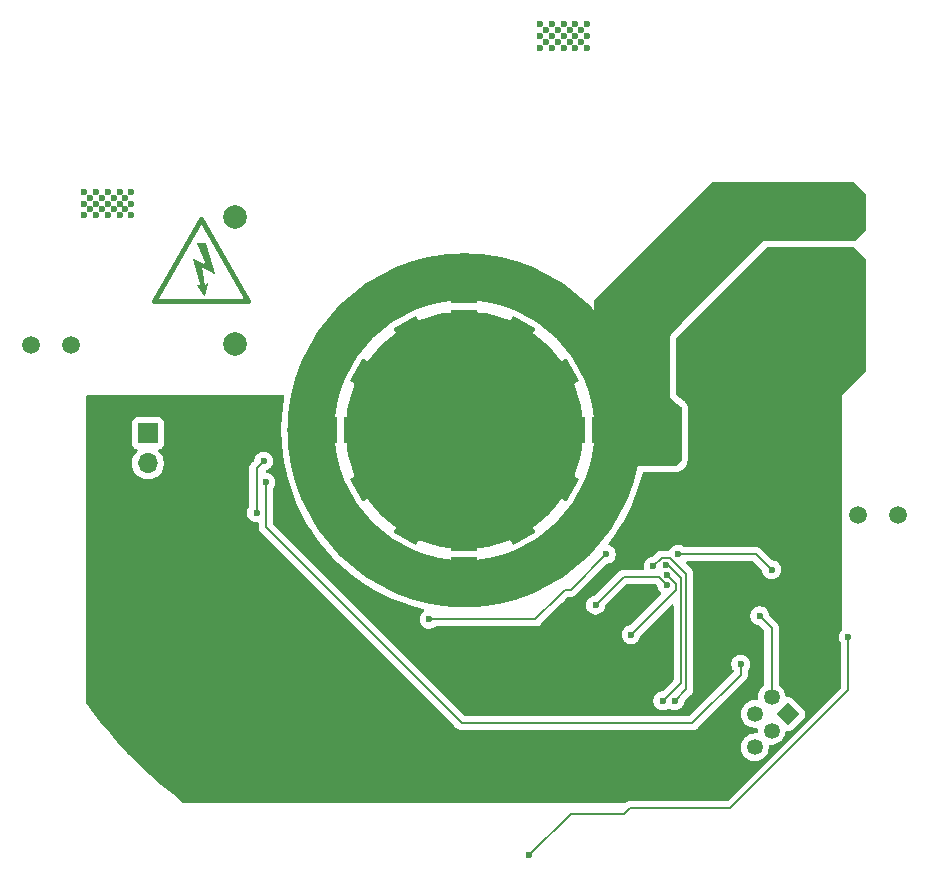
<source format=gbl>
%TF.GenerationSoftware,KiCad,Pcbnew,9.0.0*%
%TF.CreationDate,2025-06-29T18:37:43-04:00*%
%TF.ProjectId,darksky-porch-light,6461726b-736b-4792-9d70-6f7263682d6c,rev?*%
%TF.SameCoordinates,Original*%
%TF.FileFunction,Copper,L2,Bot*%
%TF.FilePolarity,Positive*%
%FSLAX46Y46*%
G04 Gerber Fmt 4.6, Leading zero omitted, Abs format (unit mm)*
G04 Created by KiCad (PCBNEW 9.0.0) date 2025-06-29 18:37:43*
%MOMM*%
%LPD*%
G01*
G04 APERTURE LIST*
G04 Aperture macros list*
%AMHorizOval*
0 Thick line with rounded ends*
0 $1 width*
0 $2 $3 position (X,Y) of the first rounded end (center of the circle)*
0 $4 $5 position (X,Y) of the second rounded end (center of the circle)*
0 Add line between two ends*
20,1,$1,$2,$3,$4,$5,0*
0 Add two circle primitives to create the rounded ends*
1,1,$1,$2,$3*
1,1,$1,$4,$5*%
%AMRotRect*
0 Rectangle, with rotation*
0 The origin of the aperture is its center*
0 $1 length*
0 $2 width*
0 $3 Rotation angle, in degrees counterclockwise*
0 Add horizontal line*
21,1,$1,$2,0,0,$3*%
G04 Aperture macros list end*
%TA.AperFunction,Conductor*%
%ADD10C,10.100000*%
%TD*%
%TA.AperFunction,Conductor*%
%ADD11C,4.000000*%
%TD*%
%TA.AperFunction,EtchedComponent*%
%ADD12C,0.381000*%
%TD*%
%TA.AperFunction,EtchedComponent*%
%ADD13C,0.200000*%
%TD*%
%TA.AperFunction,EtchedComponent*%
%ADD14C,0.400000*%
%TD*%
%TA.AperFunction,EtchedComponent*%
%ADD15C,0.100000*%
%TD*%
%TA.AperFunction,ComponentPad*%
%ADD16C,2.006600*%
%TD*%
%TA.AperFunction,ComponentPad*%
%ADD17C,0.600000*%
%TD*%
%TA.AperFunction,ComponentPad*%
%ADD18RotRect,1.350000X1.350000X315.000000*%
%TD*%
%TA.AperFunction,ComponentPad*%
%ADD19HorizOval,1.350000X0.000000X0.000000X0.000000X0.000000X0*%
%TD*%
%TA.AperFunction,SMDPad,CuDef*%
%ADD20R,2.500000X2.200000*%
%TD*%
%TA.AperFunction,SMDPad,CuDef*%
%ADD21R,1.550000X2.200000*%
%TD*%
%TA.AperFunction,SMDPad,CuDef*%
%ADD22RotRect,2.500000X2.200000X300.000000*%
%TD*%
%TA.AperFunction,SMDPad,CuDef*%
%ADD23RotRect,1.550000X2.200000X300.000000*%
%TD*%
%TA.AperFunction,SMDPad,CuDef*%
%ADD24R,2.200000X2.500000*%
%TD*%
%TA.AperFunction,SMDPad,CuDef*%
%ADD25R,2.200000X1.550000*%
%TD*%
%TA.AperFunction,SMDPad,CuDef*%
%ADD26RotRect,2.500000X2.200000X30.000000*%
%TD*%
%TA.AperFunction,SMDPad,CuDef*%
%ADD27RotRect,1.550000X2.200000X30.000000*%
%TD*%
%TA.AperFunction,SMDPad,CuDef*%
%ADD28RotRect,2.500000X2.200000X240.000000*%
%TD*%
%TA.AperFunction,SMDPad,CuDef*%
%ADD29RotRect,1.550000X2.200000X240.000000*%
%TD*%
%TA.AperFunction,SMDPad,CuDef*%
%ADD30RotRect,2.500000X2.200000X60.000000*%
%TD*%
%TA.AperFunction,SMDPad,CuDef*%
%ADD31RotRect,1.550000X2.200000X60.000000*%
%TD*%
%TA.AperFunction,SMDPad,CuDef*%
%ADD32RotRect,2.500000X2.200000X210.000000*%
%TD*%
%TA.AperFunction,SMDPad,CuDef*%
%ADD33RotRect,1.550000X2.200000X210.000000*%
%TD*%
%TA.AperFunction,SMDPad,CuDef*%
%ADD34RotRect,2.500000X2.200000X150.000000*%
%TD*%
%TA.AperFunction,SMDPad,CuDef*%
%ADD35RotRect,1.550000X2.200000X150.000000*%
%TD*%
%TA.AperFunction,ComponentPad*%
%ADD36C,1.500000*%
%TD*%
%TA.AperFunction,ComponentPad*%
%ADD37R,1.700000X1.700000*%
%TD*%
%TA.AperFunction,ComponentPad*%
%ADD38O,1.700000X1.700000*%
%TD*%
%TA.AperFunction,SMDPad,CuDef*%
%ADD39RotRect,2.500000X2.200000X120.000000*%
%TD*%
%TA.AperFunction,SMDPad,CuDef*%
%ADD40RotRect,1.550000X2.200000X120.000000*%
%TD*%
%TA.AperFunction,SMDPad,CuDef*%
%ADD41RotRect,2.500000X2.200000X330.000000*%
%TD*%
%TA.AperFunction,SMDPad,CuDef*%
%ADD42RotRect,1.550000X2.200000X330.000000*%
%TD*%
%TA.AperFunction,ViaPad*%
%ADD43C,0.600000*%
%TD*%
%TA.AperFunction,Conductor*%
%ADD44C,0.200000*%
%TD*%
G04 APERTURE END LIST*
%TO.N,VDD*%
D10*
X160050000Y-95000000D02*
G75*
G02*
X149950000Y-95000000I-5050000J0D01*
G01*
X149950000Y-95000000D02*
G75*
G02*
X160050000Y-95000000I5050000J0D01*
G01*
D11*
%TO.N,+3.3V*%
X168000000Y-95000000D02*
G75*
G02*
X142000000Y-95000000I-13000000J0D01*
G01*
X142000000Y-95000000D02*
G75*
G02*
X168000000Y-95000000I13000000J0D01*
G01*
D12*
%TD*%
%TO.C,REF\u002A\u002A*%
X136700000Y-84060000D02*
X132700000Y-77140000D01*
D13*
%TO.C,REF\u002A\u002A*%
X136210000Y-84040000D02*
X136476322Y-83630736D01*
X133150000Y-80815000D02*
X132940000Y-81040000D01*
X133040000Y-82695000D02*
X132530000Y-82785000D01*
X132850000Y-77560000D02*
X132540000Y-77560000D01*
X132832899Y-81079099D02*
X132587101Y-81280901D01*
D12*
X132700000Y-77140000D02*
X128700000Y-84060000D01*
D13*
X129190000Y-84040000D02*
X128923678Y-83630736D01*
D14*
X128700000Y-84060000D02*
X136700000Y-84060000D01*
D15*
X133782083Y-81682083D02*
X132661573Y-81085448D01*
X132938062Y-82817146D01*
X133170896Y-82497000D01*
X132952615Y-83544750D01*
X132355979Y-82657073D01*
X132690677Y-82860802D01*
X132035833Y-80474260D01*
X133200000Y-81100000D01*
X132341427Y-79106364D01*
X133054479Y-79106364D01*
X133782083Y-81682083D01*
%TA.AperFunction,EtchedComponent*%
G36*
X133782083Y-81682083D02*
G01*
X132661573Y-81085448D01*
X132938062Y-82817146D01*
X133170896Y-82497000D01*
X132952615Y-83544750D01*
X132355979Y-82657073D01*
X132690677Y-82860802D01*
X132035833Y-80474260D01*
X133200000Y-81100000D01*
X132341427Y-79106364D01*
X133054479Y-79106364D01*
X133782083Y-81682083D01*
G37*
%TD.AperFunction*%
%TD*%
D16*
%TO.P,PS1,1,AC/L*%
%TO.N,Net-(PS1-AC{slash}L)*%
X135596800Y-76968100D03*
%TO.P,PS1,2,AC/N*%
%TO.N,Net-(PS1-AC{slash}N)*%
X135596800Y-87712300D03*
%TO.P,PS1,3,-Vo*%
%TO.N,GND*%
X174103200Y-87712300D03*
%TO.P,PS1,4,+Vo*%
%TO.N,+3.3V*%
X174103200Y-79711300D03*
%TD*%
D17*
%TO.P,TP3,1,1*%
%TO.N,Net-(PS1-AC{slash}N)*%
X122800000Y-74800000D03*
X122800000Y-75800000D03*
X122800000Y-76800000D03*
X123300000Y-75300000D03*
X123300000Y-76300000D03*
X123800000Y-74800000D03*
X123800000Y-75800000D03*
X123800000Y-76800000D03*
X124285900Y-76298281D03*
X124300000Y-75300000D03*
X124800000Y-74800000D03*
X124800000Y-75800000D03*
X124800000Y-76800000D03*
X125300000Y-75300000D03*
X125300000Y-76300000D03*
X125800000Y-74800000D03*
X125800000Y-75800000D03*
X125800000Y-76800000D03*
X126300000Y-75300000D03*
X126300000Y-76300000D03*
X126800000Y-74800000D03*
X126800000Y-75800000D03*
X126800000Y-76800000D03*
%TD*%
%TO.P,TP1,1,1*%
%TO.N,VDD*%
X153000000Y-94000000D03*
X153000000Y-95000000D03*
X153000000Y-96000000D03*
X153500000Y-94500000D03*
X153500000Y-95500000D03*
X154000000Y-94000000D03*
X154000000Y-95000000D03*
X154000000Y-96000000D03*
X154485900Y-95498281D03*
X154500000Y-94500000D03*
X155000000Y-94000000D03*
X155000000Y-95000000D03*
X155000000Y-96000000D03*
X155500000Y-94500000D03*
X155500000Y-95500000D03*
X156000000Y-94000000D03*
X156000000Y-95000000D03*
X156000000Y-96000000D03*
X156500000Y-94500000D03*
X156500000Y-95500000D03*
X157000000Y-94000000D03*
X157000000Y-95000000D03*
X157000000Y-96000000D03*
%TD*%
%TO.P,TP2,1,1*%
%TO.N,Net-(F1-Pad1)*%
X161400000Y-60600000D03*
X161400000Y-61600000D03*
X161400000Y-62600000D03*
X161900000Y-61100000D03*
X161900000Y-62100000D03*
X162400000Y-60600000D03*
X162400000Y-61600000D03*
X162400000Y-62600000D03*
X162885900Y-62098281D03*
X162900000Y-61100000D03*
X163400000Y-60600000D03*
X163400000Y-61600000D03*
X163400000Y-62600000D03*
X163900000Y-61100000D03*
X163900000Y-62100000D03*
X164400000Y-60600000D03*
X164400000Y-61600000D03*
X164400000Y-62600000D03*
X164900000Y-61100000D03*
X164900000Y-62100000D03*
X165400000Y-60600000D03*
X165400000Y-61600000D03*
X165400000Y-62600000D03*
%TD*%
%TO.P,TP5,1,1*%
%TO.N,GND*%
X183500000Y-87100000D03*
X183500000Y-88100000D03*
X183500000Y-89100000D03*
X184000000Y-87600000D03*
X184000000Y-88600000D03*
X184500000Y-87100000D03*
X184500000Y-88100000D03*
X184500000Y-89100000D03*
X184985900Y-88598281D03*
X185000000Y-87600000D03*
X185500000Y-87100000D03*
X185500000Y-88100000D03*
X185500000Y-89100000D03*
X186000000Y-87600000D03*
X186000000Y-88600000D03*
X186500000Y-87100000D03*
X186500000Y-88100000D03*
X186500000Y-89100000D03*
X187000000Y-87600000D03*
X187000000Y-88600000D03*
X187500000Y-87100000D03*
X187500000Y-88100000D03*
X187500000Y-89100000D03*
%TD*%
D18*
%TO.P,J1,1,Pin_1*%
%TO.N,/MISO*%
X182414214Y-119014214D03*
D19*
%TO.P,J1,2,Pin_2*%
%TO.N,+3.3V*%
X181000000Y-117600000D03*
%TO.P,J1,3,Pin_3*%
%TO.N,/SCK*%
X181000000Y-120428428D03*
%TO.P,J1,4,Pin_4*%
%TO.N,/MOSI*%
X179585787Y-119014214D03*
%TO.P,J1,5,Pin_5*%
%TO.N,/RESET*%
X179585787Y-121842641D03*
%TO.P,J1,6,Pin_6*%
%TO.N,GND*%
X178171573Y-120428428D03*
%TD*%
D17*
%TO.P,TP4,1,1*%
%TO.N,+3.3V*%
X168100000Y-93900000D03*
X168100000Y-94900000D03*
X168100000Y-95900000D03*
X168600000Y-94400000D03*
X168600000Y-95400000D03*
X169100000Y-93900000D03*
X169100000Y-94900000D03*
X169100000Y-95900000D03*
X169585900Y-95398281D03*
X169600000Y-94400000D03*
X170100000Y-93900000D03*
X170100000Y-94900000D03*
X170100000Y-95900000D03*
X170600000Y-94400000D03*
X170600000Y-95400000D03*
X171100000Y-93900000D03*
X171100000Y-94900000D03*
X171100000Y-95900000D03*
X171600000Y-94400000D03*
X171600000Y-95400000D03*
X172100000Y-93900000D03*
X172100000Y-94900000D03*
X172100000Y-95900000D03*
%TD*%
D20*
%TO.P,D10,1,K*%
%TO.N,VDD*%
X146050000Y-95000000D03*
D21*
%TO.P,D10,2,A*%
%TO.N,+3.3V*%
X143475000Y-95000000D03*
%TD*%
D22*
%TO.P,D6,1,K*%
%TO.N,VDD*%
X159475000Y-103090673D03*
D23*
%TO.P,D6,2,A*%
%TO.N,+3.3V*%
X160762500Y-105320689D03*
%TD*%
D24*
%TO.P,D7,1,K*%
%TO.N,VDD*%
X155000000Y-103950000D03*
D25*
%TO.P,D7,2,A*%
%TO.N,+3.3V*%
X155000000Y-106525000D03*
%TD*%
D26*
%TO.P,D3,1,K*%
%TO.N,VDD*%
X163090673Y-90525000D03*
D27*
%TO.P,D3,2,A*%
%TO.N,+3.3V*%
X165320689Y-89237500D03*
%TD*%
D28*
%TO.P,D8,1,K*%
%TO.N,VDD*%
X150525000Y-103090673D03*
D29*
%TO.P,D8,2,A*%
%TO.N,+3.3V*%
X149237500Y-105320689D03*
%TD*%
D30*
%TO.P,D2,1,K*%
%TO.N,VDD*%
X159475000Y-86909327D03*
D31*
%TO.P,D2,2,A*%
%TO.N,+3.3V*%
X160762500Y-84679311D03*
%TD*%
D32*
%TO.P,D9,1,K*%
%TO.N,VDD*%
X146909327Y-99475000D03*
D33*
%TO.P,D9,2,A*%
%TO.N,+3.3V*%
X144679311Y-100762500D03*
%TD*%
D34*
%TO.P,D11,1,K*%
%TO.N,VDD*%
X146909327Y-90525000D03*
D35*
%TO.P,D11,2,A*%
%TO.N,+3.3V*%
X144679311Y-89237500D03*
%TD*%
D36*
%TO.P,R7,1*%
%TO.N,/ADC0*%
X118300000Y-87800000D03*
%TO.P,R7,2*%
%TO.N,GND*%
X121700000Y-87800000D03*
%TD*%
D37*
%TO.P,J4,1,Pin_1*%
%TO.N,+3.3V*%
X128200000Y-95260000D03*
D38*
%TO.P,J4,2,Pin_2*%
%TO.N,/MOTION*%
X128200000Y-97800000D03*
%TO.P,J4,3,Pin_3*%
%TO.N,GND*%
X128200000Y-100340000D03*
%TD*%
D39*
%TO.P,D12,1,K*%
%TO.N,VDD*%
X150525000Y-86909327D03*
D40*
%TO.P,D12,2,A*%
%TO.N,+3.3V*%
X149237500Y-84679311D03*
%TD*%
D41*
%TO.P,D5,1,K*%
%TO.N,VDD*%
X163090673Y-99475000D03*
D42*
%TO.P,D5,2,A*%
%TO.N,+3.3V*%
X165320689Y-100762500D03*
%TD*%
D36*
%TO.P,R8,1*%
%TO.N,/ADC1*%
X188300000Y-102200000D03*
%TO.P,R8,2*%
%TO.N,GND*%
X191700000Y-102200000D03*
%TD*%
D24*
%TO.P,D1,1,K*%
%TO.N,VDD*%
X155000000Y-86050000D03*
D25*
%TO.P,D1,2,A*%
%TO.N,+3.3V*%
X155000000Y-83475000D03*
%TD*%
D20*
%TO.P,D4,1,K*%
%TO.N,VDD*%
X163950000Y-95000000D03*
D21*
%TO.P,D4,2,A*%
%TO.N,+3.3V*%
X166525000Y-95000000D03*
%TD*%
D43*
%TO.N,+3.3V*%
X142000000Y-94000000D03*
X159137500Y-107362500D03*
X165400000Y-104800000D03*
X180000000Y-110700000D03*
%TO.N,/RESET*%
X181000000Y-106800000D03*
X173100000Y-105500000D03*
%TO.N,/TX*%
X172800000Y-117900000D03*
%TO.N,/RX*%
X171800000Y-117900000D03*
X172084239Y-106418702D03*
%TO.N,/TX*%
X171000000Y-106500000D03*
%TO.N,/SCL*%
X172124265Y-107227205D03*
X169100000Y-112300000D03*
%TO.N,/SDA*%
X172124265Y-108075735D03*
X166100000Y-109800000D03*
%TO.N,/ADC0*%
X160500000Y-131000000D03*
X187500000Y-112500000D03*
%TO.N,/MOTION*%
X167000000Y-105500000D03*
X152000000Y-111000000D03*
%TO.N,GND*%
X127150000Y-92800000D03*
X147350000Y-109350000D03*
%TO.N,VDD*%
X148850000Y-101600000D03*
%TO.N,GND*%
X136150000Y-101150000D03*
X167200000Y-113300000D03*
X174200000Y-117900000D03*
X170500000Y-117950000D03*
X167200000Y-118250000D03*
X164250000Y-109450000D03*
X170800000Y-108600000D03*
X175700000Y-107400000D03*
X184450000Y-99900000D03*
X186025000Y-106775000D03*
X153555000Y-113100000D03*
X151200000Y-119200000D03*
X147900000Y-117058221D03*
X172100000Y-123150000D03*
%TO.N,Net-(U3A-+)*%
X178400000Y-114800000D03*
X138200000Y-99400000D03*
%TO.N,Net-(U3A--)*%
X138000000Y-97600000D03*
X137400000Y-102000000D03*
%TD*%
D44*
%TO.N,+3.3V*%
X142000000Y-94000000D02*
X142475000Y-94000000D01*
X142475000Y-94000000D02*
X143475000Y-95000000D01*
X143475000Y-90441811D02*
X144679311Y-89237500D01*
X143475000Y-95000000D02*
X143475000Y-90441811D01*
X149237500Y-84679311D02*
X144679311Y-89237500D01*
X150441811Y-83475000D02*
X149237500Y-84679311D01*
X155000000Y-83475000D02*
X150441811Y-83475000D01*
X165320689Y-87820689D02*
X165320689Y-89237500D01*
X162179311Y-84679311D02*
X165320689Y-87820689D01*
X160762500Y-84679311D02*
X162179311Y-84679311D01*
X159558189Y-83475000D02*
X160762500Y-84679311D01*
X155000000Y-83475000D02*
X159558189Y-83475000D01*
X166525000Y-90441811D02*
X165320689Y-89237500D01*
X166525000Y-95000000D02*
X166525000Y-90441811D01*
X166525000Y-99558189D02*
X166525000Y-95000000D01*
X165320689Y-100762500D02*
X166525000Y-99558189D01*
X165320689Y-104720689D02*
X165320689Y-100762500D01*
X165400000Y-104800000D02*
X165320689Y-104720689D01*
X164879311Y-105320689D02*
X165400000Y-104800000D01*
X160762500Y-105320689D02*
X164879311Y-105320689D01*
X159641595Y-106858405D02*
X159641595Y-106441595D01*
X159137500Y-107362500D02*
X159641595Y-106858405D01*
X159641595Y-106441595D02*
X160762500Y-105320689D01*
X159558189Y-106525000D02*
X159641595Y-106441595D01*
X155000000Y-106525000D02*
X159558189Y-106525000D01*
X150441811Y-106525000D02*
X149237500Y-105320689D01*
X155000000Y-106525000D02*
X150441811Y-106525000D01*
X147120689Y-105320689D02*
X149237500Y-105320689D01*
X144679311Y-102879311D02*
X147120689Y-105320689D01*
X144679311Y-100762500D02*
X144679311Y-102879311D01*
X143475000Y-99558189D02*
X144679311Y-100762500D01*
X143475000Y-95000000D02*
X143475000Y-99558189D01*
X181000000Y-111700000D02*
X180000000Y-110700000D01*
X181000000Y-117600000D02*
X181000000Y-111700000D01*
%TO.N,/RESET*%
X179700000Y-105500000D02*
X181000000Y-106800000D01*
X173100000Y-105500000D02*
X179700000Y-105500000D01*
%TO.N,/TX*%
X173775028Y-116924972D02*
X172800000Y-117900000D01*
X173775028Y-107175028D02*
X173775028Y-116924972D01*
X172400000Y-105800000D02*
X173775028Y-107175028D01*
X171700000Y-105800000D02*
X172400000Y-105800000D01*
X171000000Y-106500000D02*
X171700000Y-105800000D01*
%TO.N,/RX*%
X173302000Y-116398000D02*
X171800000Y-117900000D01*
X172218702Y-106418702D02*
X173302000Y-107502000D01*
X172084239Y-106418702D02*
X172218702Y-106418702D01*
X173302000Y-107502000D02*
X173302000Y-116398000D01*
%TO.N,/SCL*%
X172901000Y-108499000D02*
X169100000Y-112300000D01*
X172124265Y-107227205D02*
X172901000Y-108003940D01*
X172901000Y-108003940D02*
X172901000Y-108499000D01*
%TO.N,/SDA*%
X168500000Y-107400000D02*
X166100000Y-109800000D01*
X171448530Y-107400000D02*
X168500000Y-107400000D01*
X172124265Y-108075735D02*
X171448530Y-107400000D01*
%TO.N,Net-(U3A-+)*%
X178400000Y-115700000D02*
X178400000Y-114800000D01*
X138200000Y-103200000D02*
X154800000Y-119800000D01*
X154800000Y-119800000D02*
X174300000Y-119800000D01*
X174300000Y-119800000D02*
X178400000Y-115700000D01*
X138200000Y-99400000D02*
X138200000Y-103200000D01*
%TO.N,/ADC0*%
X187500000Y-117000000D02*
X187500000Y-112500000D01*
X168500000Y-127500000D02*
X169000000Y-127000000D01*
X164000000Y-127500000D02*
X168500000Y-127500000D01*
X169000000Y-127000000D02*
X177500000Y-127000000D01*
X177500000Y-127000000D02*
X187500000Y-117000000D01*
X160500000Y-131000000D02*
X164000000Y-127500000D01*
%TO.N,/MOTION*%
X164000000Y-108500000D02*
X163500000Y-108500000D01*
X167000000Y-105500000D02*
X164000000Y-108500000D01*
X163500000Y-108500000D02*
X163000000Y-109000000D01*
X161000000Y-111000000D02*
X152000000Y-111000000D01*
X162975028Y-109024972D02*
X161000000Y-111000000D01*
%TO.N,Net-(U3A--)*%
X137400000Y-102000000D02*
X137400000Y-98200000D01*
X137400000Y-98200000D02*
X138000000Y-97600000D01*
%TD*%
%TA.AperFunction,Conductor*%
%TO.N,GND*%
G36*
X188015677Y-79519685D02*
G01*
X188036319Y-79536319D01*
X188963681Y-80463681D01*
X188997166Y-80525004D01*
X189000000Y-80551362D01*
X189000000Y-89948638D01*
X188980315Y-90015677D01*
X188963681Y-90036319D01*
X187000000Y-91999999D01*
X187000000Y-92000000D01*
X173900000Y-92800000D01*
X172900000Y-92000000D01*
X172900000Y-87251362D01*
X172919685Y-87184323D01*
X172936319Y-87163681D01*
X180563681Y-79536319D01*
X180625004Y-79502834D01*
X180651362Y-79500000D01*
X187948638Y-79500000D01*
X188015677Y-79519685D01*
G37*
%TD.AperFunction*%
%TD*%
%TA.AperFunction,Conductor*%
%TO.N,GND*%
G36*
X139708510Y-92019685D02*
G01*
X139754265Y-92072489D01*
X139764209Y-92141647D01*
X139763091Y-92148169D01*
X139732949Y-92299705D01*
X139723102Y-92349211D01*
X139611434Y-93102014D01*
X139536842Y-93859364D01*
X139531593Y-93966206D01*
X139499500Y-94619484D01*
X139499500Y-94682883D01*
X139499500Y-95380516D01*
X139512063Y-95636233D01*
X139536842Y-96140635D01*
X139611434Y-96897985D01*
X139723102Y-97650792D01*
X139871574Y-98397207D01*
X140056483Y-99135410D01*
X140056485Y-99135418D01*
X140056488Y-99135427D01*
X140112828Y-99321155D01*
X140277406Y-99863697D01*
X140277408Y-99863704D01*
X140533780Y-100580214D01*
X140825010Y-101283307D01*
X140825016Y-101283322D01*
X140825020Y-101283332D01*
X140825022Y-101283335D01*
X141150405Y-101971300D01*
X141150410Y-101971309D01*
X141150416Y-101971322D01*
X141509149Y-102642464D01*
X141509154Y-102642472D01*
X141795936Y-103120939D01*
X141900402Y-103295229D01*
X142323208Y-103928004D01*
X142776555Y-104539270D01*
X142784913Y-104549454D01*
X143259351Y-105127561D01*
X143770420Y-105691437D01*
X144308562Y-106229579D01*
X144872438Y-106740648D01*
X145229270Y-107033491D01*
X145460730Y-107223445D01*
X146071996Y-107676792D01*
X146704771Y-108099598D01*
X147297589Y-108454920D01*
X147357527Y-108490845D01*
X147357535Y-108490850D01*
X148028677Y-108849583D01*
X148028681Y-108849585D01*
X148028700Y-108849595D01*
X148716665Y-109174978D01*
X149419766Y-109466212D01*
X149419781Y-109466217D01*
X149419785Y-109466219D01*
X150136295Y-109722591D01*
X150136302Y-109722593D01*
X150136306Y-109722594D01*
X150136311Y-109722596D01*
X150864573Y-109943512D01*
X151521086Y-110107959D01*
X151581334Y-110143343D01*
X151612887Y-110205682D01*
X151605729Y-110275184D01*
X151562131Y-110329782D01*
X151559849Y-110331344D01*
X151489713Y-110378208D01*
X151489707Y-110378213D01*
X151378213Y-110489707D01*
X151378210Y-110489711D01*
X151290609Y-110620814D01*
X151290602Y-110620827D01*
X151230264Y-110766498D01*
X151230261Y-110766510D01*
X151199500Y-110921153D01*
X151199500Y-111078846D01*
X151230261Y-111233489D01*
X151230264Y-111233501D01*
X151290602Y-111379172D01*
X151290609Y-111379185D01*
X151378210Y-111510288D01*
X151378213Y-111510292D01*
X151489707Y-111621786D01*
X151489711Y-111621789D01*
X151620814Y-111709390D01*
X151620827Y-111709397D01*
X151766498Y-111769735D01*
X151766503Y-111769737D01*
X151871418Y-111790606D01*
X151921153Y-111800499D01*
X151921156Y-111800500D01*
X151921158Y-111800500D01*
X152078844Y-111800500D01*
X152078845Y-111800499D01*
X152233497Y-111769737D01*
X152379179Y-111709394D01*
X152379185Y-111709390D01*
X152510875Y-111621398D01*
X152577553Y-111600520D01*
X152579766Y-111600500D01*
X160913331Y-111600500D01*
X160913347Y-111600501D01*
X160920943Y-111600501D01*
X161079054Y-111600501D01*
X161079057Y-111600501D01*
X161231785Y-111559577D01*
X161282558Y-111530263D01*
X161368716Y-111480520D01*
X161480520Y-111368716D01*
X161480520Y-111368714D01*
X161490724Y-111358511D01*
X161490727Y-111358506D01*
X162348451Y-110500783D01*
X163128083Y-109721153D01*
X165299500Y-109721153D01*
X165299500Y-109878846D01*
X165330261Y-110033489D01*
X165330264Y-110033501D01*
X165390602Y-110179172D01*
X165390609Y-110179185D01*
X165478210Y-110310288D01*
X165478213Y-110310292D01*
X165589707Y-110421786D01*
X165589711Y-110421789D01*
X165720814Y-110509390D01*
X165720827Y-110509397D01*
X165866498Y-110569735D01*
X165866503Y-110569737D01*
X166021153Y-110600499D01*
X166021156Y-110600500D01*
X166021158Y-110600500D01*
X166178844Y-110600500D01*
X166178845Y-110600499D01*
X166333497Y-110569737D01*
X166479179Y-110509394D01*
X166610289Y-110421789D01*
X166721789Y-110310289D01*
X166809394Y-110179179D01*
X166869737Y-110033497D01*
X166896391Y-109899500D01*
X166900638Y-109878150D01*
X166933023Y-109816239D01*
X166934517Y-109814717D01*
X168712417Y-108036819D01*
X168773740Y-108003334D01*
X168800098Y-108000500D01*
X171148433Y-108000500D01*
X171177873Y-108009144D01*
X171207860Y-108015668D01*
X171212875Y-108019422D01*
X171215472Y-108020185D01*
X171236114Y-108036819D01*
X171289690Y-108090395D01*
X171323175Y-108151718D01*
X171323626Y-108153884D01*
X171354526Y-108309226D01*
X171354529Y-108309236D01*
X171414867Y-108454907D01*
X171414874Y-108454920D01*
X171502475Y-108586023D01*
X171502478Y-108586027D01*
X171613972Y-108697521D01*
X171613976Y-108697524D01*
X171631773Y-108709416D01*
X171676578Y-108763028D01*
X171685285Y-108832353D01*
X171655130Y-108895381D01*
X171650563Y-108900199D01*
X169085339Y-111465425D01*
X169024016Y-111498910D01*
X169021850Y-111499361D01*
X168866508Y-111530261D01*
X168866498Y-111530264D01*
X168720827Y-111590602D01*
X168720814Y-111590609D01*
X168589711Y-111678210D01*
X168589707Y-111678213D01*
X168478213Y-111789707D01*
X168478210Y-111789711D01*
X168390609Y-111920814D01*
X168390602Y-111920827D01*
X168330264Y-112066498D01*
X168330261Y-112066510D01*
X168299500Y-112221153D01*
X168299500Y-112378846D01*
X168330261Y-112533489D01*
X168330264Y-112533501D01*
X168390602Y-112679172D01*
X168390609Y-112679185D01*
X168478210Y-112810288D01*
X168478213Y-112810292D01*
X168589707Y-112921786D01*
X168589711Y-112921789D01*
X168720814Y-113009390D01*
X168720827Y-113009397D01*
X168866498Y-113069735D01*
X168866503Y-113069737D01*
X169021153Y-113100499D01*
X169021156Y-113100500D01*
X169021158Y-113100500D01*
X169178844Y-113100500D01*
X169178845Y-113100499D01*
X169333497Y-113069737D01*
X169479179Y-113009394D01*
X169610289Y-112921789D01*
X169721789Y-112810289D01*
X169809394Y-112679179D01*
X169869737Y-112533497D01*
X169892084Y-112421153D01*
X169900638Y-112378150D01*
X169933023Y-112316239D01*
X169934518Y-112314716D01*
X172489819Y-109759416D01*
X172551142Y-109725931D01*
X172620834Y-109730915D01*
X172676767Y-109772787D01*
X172701184Y-109838251D01*
X172701500Y-109847097D01*
X172701500Y-116097902D01*
X172681815Y-116164941D01*
X172665181Y-116185583D01*
X171785339Y-117065425D01*
X171724016Y-117098910D01*
X171721850Y-117099361D01*
X171566508Y-117130261D01*
X171566498Y-117130264D01*
X171420827Y-117190602D01*
X171420814Y-117190609D01*
X171289711Y-117278210D01*
X171289707Y-117278213D01*
X171178213Y-117389707D01*
X171178210Y-117389711D01*
X171090609Y-117520814D01*
X171090602Y-117520827D01*
X171030264Y-117666498D01*
X171030261Y-117666510D01*
X170999500Y-117821153D01*
X170999500Y-117978846D01*
X171030261Y-118133489D01*
X171030264Y-118133501D01*
X171090602Y-118279172D01*
X171090609Y-118279185D01*
X171178210Y-118410288D01*
X171178213Y-118410292D01*
X171289707Y-118521786D01*
X171289711Y-118521789D01*
X171420814Y-118609390D01*
X171420827Y-118609397D01*
X171566498Y-118669735D01*
X171566503Y-118669737D01*
X171689225Y-118694148D01*
X171721153Y-118700499D01*
X171721156Y-118700500D01*
X171721158Y-118700500D01*
X171878844Y-118700500D01*
X171878845Y-118700499D01*
X172033497Y-118669737D01*
X172179179Y-118609394D01*
X172231110Y-118574694D01*
X172297785Y-118553816D01*
X172365165Y-118572300D01*
X172368863Y-118574676D01*
X172420821Y-118609394D01*
X172420823Y-118609395D01*
X172420825Y-118609396D01*
X172566498Y-118669735D01*
X172566503Y-118669737D01*
X172689225Y-118694148D01*
X172721153Y-118700499D01*
X172721156Y-118700500D01*
X172721158Y-118700500D01*
X172878844Y-118700500D01*
X172878845Y-118700499D01*
X173033497Y-118669737D01*
X173179179Y-118609394D01*
X173310289Y-118521789D01*
X173421789Y-118410289D01*
X173509394Y-118279179D01*
X173569737Y-118133497D01*
X173594534Y-118008836D01*
X173600638Y-117978150D01*
X173633023Y-117916239D01*
X173634522Y-117914712D01*
X174133534Y-117415699D01*
X174133539Y-117415696D01*
X174143742Y-117405492D01*
X174143744Y-117405492D01*
X174255548Y-117293688D01*
X174324965Y-117173453D01*
X174334605Y-117156757D01*
X174375529Y-117004029D01*
X174375529Y-116845915D01*
X174375529Y-116838320D01*
X174375528Y-116838302D01*
X174375528Y-107095969D01*
X174372477Y-107084581D01*
X174372477Y-107084582D01*
X174372476Y-107084578D01*
X174334605Y-106943243D01*
X174305667Y-106893123D01*
X174255548Y-106806312D01*
X174143744Y-106694508D01*
X174143743Y-106694507D01*
X174139413Y-106690177D01*
X174139402Y-106690167D01*
X173761416Y-106312181D01*
X173727931Y-106250858D01*
X173732915Y-106181166D01*
X173774787Y-106125233D01*
X173840251Y-106100816D01*
X173849097Y-106100500D01*
X179399903Y-106100500D01*
X179466942Y-106120185D01*
X179487584Y-106136819D01*
X180165425Y-106814660D01*
X180198910Y-106875983D01*
X180199361Y-106878149D01*
X180230261Y-107033491D01*
X180230264Y-107033501D01*
X180290602Y-107179172D01*
X180290609Y-107179185D01*
X180378210Y-107310288D01*
X180378213Y-107310292D01*
X180489707Y-107421786D01*
X180489711Y-107421789D01*
X180620814Y-107509390D01*
X180620827Y-107509397D01*
X180766498Y-107569735D01*
X180766503Y-107569737D01*
X180921153Y-107600499D01*
X180921156Y-107600500D01*
X180921158Y-107600500D01*
X181078844Y-107600500D01*
X181078845Y-107600499D01*
X181233497Y-107569737D01*
X181379179Y-107509394D01*
X181510289Y-107421789D01*
X181621789Y-107310289D01*
X181709394Y-107179179D01*
X181769737Y-107033497D01*
X181800500Y-106878842D01*
X181800500Y-106721158D01*
X181800500Y-106721155D01*
X181800499Y-106721153D01*
X181795199Y-106694508D01*
X181769737Y-106566503D01*
X181709532Y-106421153D01*
X181709397Y-106420827D01*
X181709390Y-106420814D01*
X181621789Y-106289711D01*
X181621786Y-106289707D01*
X181510292Y-106178213D01*
X181510288Y-106178210D01*
X181379185Y-106090609D01*
X181379172Y-106090602D01*
X181233501Y-106030264D01*
X181233491Y-106030261D01*
X181078151Y-105999362D01*
X181016241Y-105966977D01*
X181014662Y-105965426D01*
X180187590Y-105138355D01*
X180187588Y-105138352D01*
X180068717Y-105019481D01*
X180068716Y-105019480D01*
X179981904Y-104969360D01*
X179981904Y-104969359D01*
X179981900Y-104969358D01*
X179931785Y-104940423D01*
X179779057Y-104899499D01*
X179620943Y-104899499D01*
X179613347Y-104899499D01*
X179613331Y-104899500D01*
X173679766Y-104899500D01*
X173612727Y-104879815D01*
X173610875Y-104878602D01*
X173479185Y-104790609D01*
X173479172Y-104790602D01*
X173333501Y-104730264D01*
X173333489Y-104730261D01*
X173178845Y-104699500D01*
X173178842Y-104699500D01*
X173021158Y-104699500D01*
X173021155Y-104699500D01*
X172866510Y-104730261D01*
X172866498Y-104730264D01*
X172720827Y-104790602D01*
X172720814Y-104790609D01*
X172589711Y-104878210D01*
X172589707Y-104878213D01*
X172478213Y-104989707D01*
X172478210Y-104989711D01*
X172390607Y-105120817D01*
X172390604Y-105120822D01*
X172389722Y-105122954D01*
X172388961Y-105123897D01*
X172387738Y-105126187D01*
X172387303Y-105125954D01*
X172345881Y-105177357D01*
X172279586Y-105199421D01*
X172275162Y-105199500D01*
X171620941Y-105199500D01*
X171601005Y-105204841D01*
X171601006Y-105204842D01*
X171468214Y-105240423D01*
X171468209Y-105240426D01*
X171331290Y-105319475D01*
X171331282Y-105319481D01*
X170985339Y-105665425D01*
X170924016Y-105698910D01*
X170921850Y-105699361D01*
X170766508Y-105730261D01*
X170766498Y-105730264D01*
X170620827Y-105790602D01*
X170620814Y-105790609D01*
X170489711Y-105878210D01*
X170489707Y-105878213D01*
X170378213Y-105989707D01*
X170378210Y-105989711D01*
X170290609Y-106120814D01*
X170290602Y-106120827D01*
X170230264Y-106266498D01*
X170230261Y-106266510D01*
X170199500Y-106421153D01*
X170199500Y-106578846D01*
X170213914Y-106651309D01*
X170207687Y-106720900D01*
X170164824Y-106776078D01*
X170098934Y-106799322D01*
X170092297Y-106799500D01*
X168586670Y-106799500D01*
X168586654Y-106799499D01*
X168579058Y-106799499D01*
X168420943Y-106799499D01*
X168364363Y-106814660D01*
X168268214Y-106840423D01*
X168268209Y-106840426D01*
X168131290Y-106919475D01*
X168131282Y-106919481D01*
X166085339Y-108965425D01*
X166024016Y-108998910D01*
X166021850Y-108999361D01*
X165866508Y-109030261D01*
X165866498Y-109030264D01*
X165720827Y-109090602D01*
X165720814Y-109090609D01*
X165589711Y-109178210D01*
X165589707Y-109178213D01*
X165478213Y-109289707D01*
X165478210Y-109289711D01*
X165390609Y-109420814D01*
X165390602Y-109420827D01*
X165330264Y-109566498D01*
X165330261Y-109566510D01*
X165299500Y-109721153D01*
X163128083Y-109721153D01*
X163221851Y-109627385D01*
X163514127Y-109335108D01*
X163514128Y-109335105D01*
X163712418Y-109136818D01*
X163739348Y-109122113D01*
X163765164Y-109105523D01*
X163771366Y-109104631D01*
X163773742Y-109103334D01*
X163800099Y-109100500D01*
X163913331Y-109100500D01*
X163913347Y-109100501D01*
X163920943Y-109100501D01*
X164079054Y-109100501D01*
X164079057Y-109100501D01*
X164231785Y-109059577D01*
X164282558Y-109030263D01*
X164368716Y-108980520D01*
X164480520Y-108868716D01*
X164480520Y-108868714D01*
X164490724Y-108858511D01*
X164490727Y-108858506D01*
X167014664Y-106334571D01*
X167075985Y-106301088D01*
X167078152Y-106300637D01*
X167078841Y-106300500D01*
X167078842Y-106300500D01*
X167233497Y-106269737D01*
X167379179Y-106209394D01*
X167510289Y-106121789D01*
X167621789Y-106010289D01*
X167709394Y-105879179D01*
X167769737Y-105733497D01*
X167800500Y-105578842D01*
X167800500Y-105421158D01*
X167800500Y-105421155D01*
X167800499Y-105421153D01*
X167769738Y-105266510D01*
X167769737Y-105266503D01*
X167758936Y-105240426D01*
X167709397Y-105120827D01*
X167709390Y-105120814D01*
X167621789Y-104989711D01*
X167621786Y-104989707D01*
X167510292Y-104878213D01*
X167510288Y-104878210D01*
X167379185Y-104790609D01*
X167379172Y-104790602D01*
X167263485Y-104742684D01*
X167209081Y-104698843D01*
X167187016Y-104632549D01*
X167204295Y-104564850D01*
X167215087Y-104549454D01*
X167223445Y-104539270D01*
X167676792Y-103928004D01*
X168099598Y-103295229D01*
X168490847Y-102642470D01*
X168849595Y-101971300D01*
X169174978Y-101283335D01*
X169466212Y-100580234D01*
X169542716Y-100366417D01*
X169722591Y-99863704D01*
X169722593Y-99863697D01*
X169722596Y-99863689D01*
X169943512Y-99135427D01*
X170077787Y-98599370D01*
X170113171Y-98539123D01*
X170175510Y-98507570D01*
X170198071Y-98505500D01*
X172948640Y-98505500D01*
X172958786Y-98504955D01*
X173002678Y-98502603D01*
X173002686Y-98502602D01*
X173002688Y-98502602D01*
X173002689Y-98502602D01*
X173009682Y-98501849D01*
X173029036Y-98499769D01*
X173029046Y-98499767D01*
X173029049Y-98499767D01*
X173038648Y-98498211D01*
X173082448Y-98491114D01*
X173217257Y-98440832D01*
X173278580Y-98407347D01*
X173393761Y-98321123D01*
X173721123Y-97993761D01*
X173757288Y-97953500D01*
X173773922Y-97932858D01*
X173805567Y-97888974D01*
X173865338Y-97758097D01*
X173885023Y-97691058D01*
X173885024Y-97691054D01*
X173905500Y-97548638D01*
X173905500Y-93106952D01*
X173905500Y-93106943D01*
X173898846Y-93025211D01*
X173898843Y-93025187D01*
X173897743Y-93018478D01*
X173892359Y-92985623D01*
X173872575Y-92906035D01*
X173807715Y-92777603D01*
X173767664Y-92720354D01*
X173767663Y-92720353D01*
X173767661Y-92720350D01*
X173767375Y-92720009D01*
X173766302Y-92718902D01*
X173669246Y-92615397D01*
X173900000Y-92800000D01*
X187000000Y-92000000D01*
X187000000Y-111816559D01*
X186980315Y-111883598D01*
X186963681Y-111904240D01*
X186878213Y-111989707D01*
X186878210Y-111989711D01*
X186790609Y-112120814D01*
X186790602Y-112120827D01*
X186730264Y-112266498D01*
X186730261Y-112266510D01*
X186699500Y-112421153D01*
X186699500Y-112578846D01*
X186730261Y-112733489D01*
X186730264Y-112733501D01*
X186790602Y-112879172D01*
X186790609Y-112879185D01*
X186878602Y-113010874D01*
X186899480Y-113077551D01*
X186899500Y-113079765D01*
X186899500Y-116699902D01*
X186879815Y-116766941D01*
X186863181Y-116787583D01*
X177287584Y-126363181D01*
X177226261Y-126396666D01*
X177199903Y-126399500D01*
X169086670Y-126399500D01*
X169086654Y-126399499D01*
X169079058Y-126399499D01*
X168920943Y-126399499D01*
X168844579Y-126419961D01*
X168768214Y-126440423D01*
X168768209Y-126440426D01*
X168631289Y-126519475D01*
X168624908Y-126524373D01*
X168559740Y-126549570D01*
X168549418Y-126550000D01*
X131278269Y-126550000D01*
X131211230Y-126530315D01*
X131202281Y-126523988D01*
X130304766Y-125827804D01*
X130301751Y-125825389D01*
X129348623Y-125036893D01*
X129345677Y-125034377D01*
X128417794Y-124216338D01*
X128414913Y-124213716D01*
X127513203Y-123366955D01*
X127510406Y-123364244D01*
X126635755Y-122489593D01*
X126633044Y-122486796D01*
X126451877Y-122293873D01*
X125786283Y-121585086D01*
X125783661Y-121582205D01*
X125615448Y-121391405D01*
X124965618Y-120654317D01*
X124963124Y-120651397D01*
X124174608Y-119698245D01*
X124172201Y-119695241D01*
X123414002Y-118717777D01*
X123411740Y-118714763D01*
X123095265Y-118279172D01*
X123023682Y-118180646D01*
X123000202Y-118114840D01*
X123000000Y-118107761D01*
X123000000Y-101921153D01*
X136599500Y-101921153D01*
X136599500Y-102078846D01*
X136630261Y-102233489D01*
X136630264Y-102233501D01*
X136690602Y-102379172D01*
X136690609Y-102379185D01*
X136778210Y-102510288D01*
X136778213Y-102510292D01*
X136889707Y-102621786D01*
X136889711Y-102621789D01*
X137020814Y-102709390D01*
X137020827Y-102709397D01*
X137166498Y-102769735D01*
X137166503Y-102769737D01*
X137321153Y-102800499D01*
X137321156Y-102800500D01*
X137475500Y-102800500D01*
X137484185Y-102803050D01*
X137493147Y-102801762D01*
X137517187Y-102812740D01*
X137542539Y-102820185D01*
X137548466Y-102827025D01*
X137556703Y-102830787D01*
X137570992Y-102853021D01*
X137588294Y-102872989D01*
X137590581Y-102883503D01*
X137594477Y-102889565D01*
X137599500Y-102924500D01*
X137599500Y-103113330D01*
X137599499Y-103113348D01*
X137599499Y-103279054D01*
X137599498Y-103279054D01*
X137599499Y-103279057D01*
X137640423Y-103431785D01*
X137640424Y-103431786D01*
X137644522Y-103438886D01*
X137644524Y-103438888D01*
X137719477Y-103568712D01*
X137719481Y-103568717D01*
X137838349Y-103687585D01*
X137838355Y-103687590D01*
X154315139Y-120164374D01*
X154315149Y-120164385D01*
X154319479Y-120168715D01*
X154319480Y-120168716D01*
X154431284Y-120280520D01*
X154481643Y-120309594D01*
X154518095Y-120330639D01*
X154518097Y-120330641D01*
X154556151Y-120352611D01*
X154568215Y-120359577D01*
X154720943Y-120400500D01*
X174213331Y-120400500D01*
X174213347Y-120400501D01*
X174220943Y-120400501D01*
X174379054Y-120400501D01*
X174379057Y-120400501D01*
X174531785Y-120359577D01*
X174581904Y-120330639D01*
X174668716Y-120280520D01*
X174780520Y-120168716D01*
X174780520Y-120168714D01*
X174790728Y-120158507D01*
X174790729Y-120158504D01*
X176027534Y-118921700D01*
X178410287Y-118921700D01*
X178410287Y-119106727D01*
X178439232Y-119289479D01*
X178496406Y-119465446D01*
X178496407Y-119465449D01*
X178580409Y-119630310D01*
X178689166Y-119780001D01*
X178820000Y-119910835D01*
X178969691Y-120019592D01*
X179050550Y-120060791D01*
X179134551Y-120103593D01*
X179134554Y-120103594D01*
X179222537Y-120132181D01*
X179310523Y-120160769D01*
X179493273Y-120189714D01*
X179493274Y-120189714D01*
X179678298Y-120189714D01*
X179678301Y-120189714D01*
X179683437Y-120188900D01*
X179752729Y-120197851D01*
X179806183Y-120242844D01*
X179826827Y-120309594D01*
X179826840Y-120311372D01*
X179826840Y-120321139D01*
X179824500Y-120335914D01*
X179824500Y-120520942D01*
X179826840Y-120535716D01*
X179826840Y-120545481D01*
X179819634Y-120570019D01*
X179816356Y-120595381D01*
X179809955Y-120602984D01*
X179807155Y-120612520D01*
X179787829Y-120629265D01*
X179771358Y-120648831D01*
X179761861Y-120651766D01*
X179754351Y-120658275D01*
X179729037Y-120661914D01*
X179704606Y-120669468D01*
X179685839Y-120668126D01*
X179685193Y-120668219D01*
X179684831Y-120668054D01*
X179683447Y-120667955D01*
X179678306Y-120667141D01*
X179678301Y-120667141D01*
X179493273Y-120667141D01*
X179432356Y-120676789D01*
X179310521Y-120696086D01*
X179134554Y-120753260D01*
X179134551Y-120753261D01*
X178969690Y-120837263D01*
X178911332Y-120879663D01*
X178820000Y-120946020D01*
X178819998Y-120946022D01*
X178819997Y-120946022D01*
X178689168Y-121076851D01*
X178689168Y-121076852D01*
X178689166Y-121076854D01*
X178642459Y-121141140D01*
X178580409Y-121226544D01*
X178496407Y-121391405D01*
X178496406Y-121391408D01*
X178439232Y-121567375D01*
X178410287Y-121750127D01*
X178410287Y-121935154D01*
X178439232Y-122117906D01*
X178496406Y-122293873D01*
X178496407Y-122293876D01*
X178580409Y-122458737D01*
X178689166Y-122608428D01*
X178820000Y-122739262D01*
X178969691Y-122848019D01*
X179050550Y-122889218D01*
X179134551Y-122932020D01*
X179134554Y-122932021D01*
X179222537Y-122960608D01*
X179310523Y-122989196D01*
X179493273Y-123018141D01*
X179493274Y-123018141D01*
X179678300Y-123018141D01*
X179678301Y-123018141D01*
X179861051Y-122989196D01*
X180037022Y-122932020D01*
X180201883Y-122848019D01*
X180351574Y-122739262D01*
X180482408Y-122608428D01*
X180591165Y-122458737D01*
X180675166Y-122293876D01*
X180732342Y-122117905D01*
X180761287Y-121935155D01*
X180761287Y-121750127D01*
X180760472Y-121744983D01*
X180769425Y-121675694D01*
X180814420Y-121622240D01*
X180881171Y-121601599D01*
X180902335Y-121603112D01*
X180907486Y-121603928D01*
X180907491Y-121603928D01*
X181092513Y-121603928D01*
X181092514Y-121603928D01*
X181275264Y-121574983D01*
X181451235Y-121517807D01*
X181616096Y-121433806D01*
X181765787Y-121325049D01*
X181896621Y-121194215D01*
X182005378Y-121044524D01*
X182089379Y-120879663D01*
X182103156Y-120837263D01*
X182146555Y-120703692D01*
X182147986Y-120694654D01*
X182168891Y-120562667D01*
X182198819Y-120499535D01*
X182258130Y-120462603D01*
X182309009Y-120459329D01*
X182414214Y-120474455D01*
X182556671Y-120453973D01*
X182687587Y-120394185D01*
X182734270Y-120356566D01*
X183756565Y-119334270D01*
X183794185Y-119287587D01*
X183853973Y-119156671D01*
X183874455Y-119014214D01*
X183853973Y-118871757D01*
X183794185Y-118740841D01*
X183756566Y-118694158D01*
X183756561Y-118694153D01*
X183756557Y-118694148D01*
X182734277Y-117671870D01*
X182734270Y-117671863D01*
X182687587Y-117634243D01*
X182556671Y-117574455D01*
X182556669Y-117574454D01*
X182556671Y-117574454D01*
X182414214Y-117553973D01*
X182414213Y-117553973D01*
X182309009Y-117569098D01*
X182239850Y-117559154D01*
X182187047Y-117513398D01*
X182168891Y-117465760D01*
X182146555Y-117324736D01*
X182146555Y-117324735D01*
X182089380Y-117148767D01*
X182089379Y-117148764D01*
X182015632Y-117004029D01*
X182005378Y-116983904D01*
X181896621Y-116834213D01*
X181765787Y-116703379D01*
X181651615Y-116620428D01*
X181608949Y-116565098D01*
X181600500Y-116520110D01*
X181600500Y-111789060D01*
X181600501Y-111789047D01*
X181600501Y-111620944D01*
X181600501Y-111620943D01*
X181559577Y-111468216D01*
X181525618Y-111409397D01*
X181480524Y-111331290D01*
X181480518Y-111331282D01*
X180834573Y-110685337D01*
X180801088Y-110624014D01*
X180800637Y-110621847D01*
X180790272Y-110569738D01*
X180769737Y-110466503D01*
X180733830Y-110379815D01*
X180709397Y-110320827D01*
X180709390Y-110320814D01*
X180621789Y-110189711D01*
X180621786Y-110189707D01*
X180510292Y-110078213D01*
X180510288Y-110078210D01*
X180379185Y-109990609D01*
X180379172Y-109990602D01*
X180233501Y-109930264D01*
X180233489Y-109930261D01*
X180078845Y-109899500D01*
X180078842Y-109899500D01*
X179921158Y-109899500D01*
X179921155Y-109899500D01*
X179766510Y-109930261D01*
X179766498Y-109930264D01*
X179620827Y-109990602D01*
X179620814Y-109990609D01*
X179489711Y-110078210D01*
X179489707Y-110078213D01*
X179378213Y-110189707D01*
X179378210Y-110189711D01*
X179290609Y-110320814D01*
X179290602Y-110320827D01*
X179230264Y-110466498D01*
X179230261Y-110466510D01*
X179199500Y-110621153D01*
X179199500Y-110778846D01*
X179230261Y-110933489D01*
X179230264Y-110933501D01*
X179290602Y-111079172D01*
X179290609Y-111079185D01*
X179378210Y-111210288D01*
X179378213Y-111210292D01*
X179489707Y-111321786D01*
X179489711Y-111321789D01*
X179620814Y-111409390D01*
X179620827Y-111409397D01*
X179756093Y-111465425D01*
X179766503Y-111469737D01*
X179831147Y-111482595D01*
X179921849Y-111500638D01*
X179983760Y-111533023D01*
X179985339Y-111534574D01*
X180363181Y-111912416D01*
X180396666Y-111973739D01*
X180399500Y-112000097D01*
X180399500Y-116520110D01*
X180379815Y-116587149D01*
X180348385Y-116620428D01*
X180234216Y-116703376D01*
X180234210Y-116703381D01*
X180103381Y-116834210D01*
X180103381Y-116834211D01*
X180103379Y-116834213D01*
X180094880Y-116845911D01*
X179994622Y-116983903D01*
X179910620Y-117148764D01*
X179910619Y-117148767D01*
X179853445Y-117324734D01*
X179824500Y-117507486D01*
X179824500Y-117692522D01*
X179825314Y-117697663D01*
X179816356Y-117766956D01*
X179771357Y-117820405D01*
X179704604Y-117841041D01*
X179683447Y-117839528D01*
X179678306Y-117838714D01*
X179678301Y-117838714D01*
X179493273Y-117838714D01*
X179432356Y-117848362D01*
X179310521Y-117867659D01*
X179134554Y-117924833D01*
X179134551Y-117924834D01*
X178969690Y-118008836D01*
X178884286Y-118070886D01*
X178820000Y-118117593D01*
X178819998Y-118117595D01*
X178819997Y-118117595D01*
X178689168Y-118248424D01*
X178689168Y-118248425D01*
X178689166Y-118248427D01*
X178642459Y-118312713D01*
X178580409Y-118398117D01*
X178496407Y-118562978D01*
X178496406Y-118562981D01*
X178439232Y-118738948D01*
X178410287Y-118921700D01*
X176027534Y-118921700D01*
X178880520Y-116068716D01*
X178959577Y-115931784D01*
X179000501Y-115779057D01*
X179000501Y-115620942D01*
X179000501Y-115613347D01*
X179000500Y-115613329D01*
X179000500Y-115379765D01*
X179020185Y-115312726D01*
X179021398Y-115310874D01*
X179109390Y-115179185D01*
X179109390Y-115179184D01*
X179109394Y-115179179D01*
X179169737Y-115033497D01*
X179200500Y-114878842D01*
X179200500Y-114721158D01*
X179200500Y-114721155D01*
X179200499Y-114721153D01*
X179169738Y-114566510D01*
X179169737Y-114566503D01*
X179169735Y-114566498D01*
X179109397Y-114420827D01*
X179109390Y-114420814D01*
X179021789Y-114289711D01*
X179021786Y-114289707D01*
X178910292Y-114178213D01*
X178910288Y-114178210D01*
X178779185Y-114090609D01*
X178779172Y-114090602D01*
X178633501Y-114030264D01*
X178633489Y-114030261D01*
X178478845Y-113999500D01*
X178478842Y-113999500D01*
X178321158Y-113999500D01*
X178321155Y-113999500D01*
X178166510Y-114030261D01*
X178166498Y-114030264D01*
X178020827Y-114090602D01*
X178020814Y-114090609D01*
X177889711Y-114178210D01*
X177889707Y-114178213D01*
X177778213Y-114289707D01*
X177778210Y-114289711D01*
X177690609Y-114420814D01*
X177690602Y-114420827D01*
X177630264Y-114566498D01*
X177630261Y-114566510D01*
X177599500Y-114721153D01*
X177599500Y-114878846D01*
X177630261Y-115033489D01*
X177630264Y-115033501D01*
X177690602Y-115179172D01*
X177690609Y-115179185D01*
X177778602Y-115310874D01*
X177784252Y-115328920D01*
X177794477Y-115344830D01*
X177798928Y-115375789D01*
X177799480Y-115377551D01*
X177799500Y-115379765D01*
X177799500Y-115399902D01*
X177779815Y-115466941D01*
X177763181Y-115487583D01*
X174087584Y-119163181D01*
X174026261Y-119196666D01*
X173999903Y-119199500D01*
X155100097Y-119199500D01*
X155033058Y-119179815D01*
X155012416Y-119163181D01*
X138836819Y-102987584D01*
X138803334Y-102926261D01*
X138800500Y-102899903D01*
X138800500Y-99979765D01*
X138820185Y-99912726D01*
X138821398Y-99910874D01*
X138909390Y-99779185D01*
X138909390Y-99779184D01*
X138909394Y-99779179D01*
X138969737Y-99633497D01*
X139000500Y-99478842D01*
X139000500Y-99321158D01*
X139000500Y-99321155D01*
X139000499Y-99321153D01*
X138969738Y-99166510D01*
X138969737Y-99166503D01*
X138969735Y-99166498D01*
X138909397Y-99020827D01*
X138909390Y-99020814D01*
X138821789Y-98889711D01*
X138821786Y-98889707D01*
X138710292Y-98778213D01*
X138710288Y-98778210D01*
X138579185Y-98690609D01*
X138579172Y-98690602D01*
X138433501Y-98630264D01*
X138433491Y-98630261D01*
X138274386Y-98598613D01*
X138212475Y-98566228D01*
X138177901Y-98505512D01*
X138181641Y-98435743D01*
X138222508Y-98379071D01*
X138251126Y-98362435D01*
X138379172Y-98309397D01*
X138379172Y-98309396D01*
X138379179Y-98309394D01*
X138510289Y-98221789D01*
X138621789Y-98110289D01*
X138709394Y-97979179D01*
X138769737Y-97833497D01*
X138800500Y-97678842D01*
X138800500Y-97521158D01*
X138800500Y-97521155D01*
X138800499Y-97521153D01*
X138769738Y-97366510D01*
X138769738Y-97366508D01*
X138769737Y-97366503D01*
X138769735Y-97366498D01*
X138709397Y-97220827D01*
X138709390Y-97220814D01*
X138621789Y-97089711D01*
X138621786Y-97089707D01*
X138510292Y-96978213D01*
X138510288Y-96978210D01*
X138379185Y-96890609D01*
X138379172Y-96890602D01*
X138233501Y-96830264D01*
X138233489Y-96830261D01*
X138078845Y-96799500D01*
X138078842Y-96799500D01*
X137921158Y-96799500D01*
X137921155Y-96799500D01*
X137766510Y-96830261D01*
X137766498Y-96830264D01*
X137620827Y-96890602D01*
X137620814Y-96890609D01*
X137489711Y-96978210D01*
X137489707Y-96978213D01*
X137378213Y-97089707D01*
X137378210Y-97089711D01*
X137290609Y-97220814D01*
X137290602Y-97220827D01*
X137230264Y-97366498D01*
X137230261Y-97366508D01*
X137199362Y-97521848D01*
X137190596Y-97538605D01*
X137186577Y-97557082D01*
X137167832Y-97582123D01*
X137166977Y-97583759D01*
X137165427Y-97585337D01*
X137105915Y-97644849D01*
X137031286Y-97719478D01*
X137031285Y-97719478D01*
X137031284Y-97719479D01*
X136919481Y-97831282D01*
X136919480Y-97831284D01*
X136875115Y-97908127D01*
X136840423Y-97968215D01*
X136799499Y-98120943D01*
X136799499Y-98120945D01*
X136799499Y-98289046D01*
X136799500Y-98289059D01*
X136799500Y-101420234D01*
X136779815Y-101487273D01*
X136778602Y-101489125D01*
X136690609Y-101620814D01*
X136690602Y-101620827D01*
X136630264Y-101766498D01*
X136630261Y-101766510D01*
X136599500Y-101921153D01*
X123000000Y-101921153D01*
X123000000Y-94362135D01*
X126849500Y-94362135D01*
X126849500Y-96157870D01*
X126849501Y-96157876D01*
X126855908Y-96217483D01*
X126906202Y-96352328D01*
X126906206Y-96352335D01*
X126992452Y-96467544D01*
X126992455Y-96467547D01*
X127107664Y-96553793D01*
X127107671Y-96553797D01*
X127239082Y-96602810D01*
X127295016Y-96644681D01*
X127319433Y-96710145D01*
X127304582Y-96778418D01*
X127283431Y-96806673D01*
X127169889Y-96920215D01*
X127044951Y-97092179D01*
X126948444Y-97281585D01*
X126882753Y-97483760D01*
X126871140Y-97557082D01*
X126849500Y-97693713D01*
X126849500Y-97906287D01*
X126856978Y-97953500D01*
X126881810Y-98110288D01*
X126882754Y-98116243D01*
X126938901Y-98289046D01*
X126948444Y-98318414D01*
X127044951Y-98507820D01*
X127169890Y-98679786D01*
X127320213Y-98830109D01*
X127492179Y-98955048D01*
X127492181Y-98955049D01*
X127492184Y-98955051D01*
X127681588Y-99051557D01*
X127883757Y-99117246D01*
X128093713Y-99150500D01*
X128093714Y-99150500D01*
X128306286Y-99150500D01*
X128306287Y-99150500D01*
X128516243Y-99117246D01*
X128718412Y-99051557D01*
X128907816Y-98955051D01*
X128929789Y-98939086D01*
X129079786Y-98830109D01*
X129079788Y-98830106D01*
X129079792Y-98830104D01*
X129230104Y-98679792D01*
X129230106Y-98679788D01*
X129230109Y-98679786D01*
X129355048Y-98507820D01*
X129355047Y-98507820D01*
X129355051Y-98507816D01*
X129451557Y-98318412D01*
X129517246Y-98116243D01*
X129550500Y-97906287D01*
X129550500Y-97693713D01*
X129517246Y-97483757D01*
X129451557Y-97281588D01*
X129355051Y-97092184D01*
X129355049Y-97092181D01*
X129355048Y-97092179D01*
X129230109Y-96920213D01*
X129116569Y-96806673D01*
X129083084Y-96745350D01*
X129088068Y-96675658D01*
X129129940Y-96619725D01*
X129160915Y-96602810D01*
X129292331Y-96553796D01*
X129407546Y-96467546D01*
X129493796Y-96352331D01*
X129544091Y-96217483D01*
X129550500Y-96157873D01*
X129550499Y-94362128D01*
X129544091Y-94302517D01*
X129493796Y-94167669D01*
X129493795Y-94167668D01*
X129493793Y-94167664D01*
X129407547Y-94052455D01*
X129407544Y-94052452D01*
X129292335Y-93966206D01*
X129292328Y-93966202D01*
X129157482Y-93915908D01*
X129157483Y-93915908D01*
X129097883Y-93909501D01*
X129097881Y-93909500D01*
X129097873Y-93909500D01*
X129097864Y-93909500D01*
X127302129Y-93909500D01*
X127302123Y-93909501D01*
X127242516Y-93915908D01*
X127107671Y-93966202D01*
X127107664Y-93966206D01*
X126992455Y-94052452D01*
X126992452Y-94052455D01*
X126906206Y-94167664D01*
X126906202Y-94167671D01*
X126855908Y-94302517D01*
X126849501Y-94362116D01*
X126849501Y-94362123D01*
X126849500Y-94362135D01*
X123000000Y-94362135D01*
X123000000Y-92124000D01*
X123019685Y-92056961D01*
X123072489Y-92011206D01*
X123124000Y-92000000D01*
X139641471Y-92000000D01*
X139708510Y-92019685D01*
G37*
%TD.AperFunction*%
%TD*%
%TA.AperFunction,Conductor*%
%TO.N,+3.3V*%
G36*
X188015677Y-74019685D02*
G01*
X188036319Y-74036319D01*
X188963681Y-74963681D01*
X188997166Y-75025004D01*
X189000000Y-75051362D01*
X189000000Y-77948638D01*
X188980315Y-78015677D01*
X188963681Y-78036319D01*
X188041747Y-78958252D01*
X187980424Y-78991737D01*
X187953067Y-78993699D01*
X187953067Y-78994500D01*
X180651360Y-78994500D01*
X180597315Y-78997397D01*
X180581533Y-78999094D01*
X180579724Y-78999289D01*
X180566468Y-79000000D01*
X180299999Y-79000000D01*
X173400000Y-85899999D01*
X173400000Y-85933754D01*
X173380315Y-86000793D01*
X173363681Y-86021435D01*
X172578892Y-86806223D01*
X172578855Y-86806262D01*
X172542728Y-86846480D01*
X172542718Y-86846492D01*
X172526076Y-86867143D01*
X172494433Y-86911025D01*
X172434663Y-87041899D01*
X172414976Y-87108944D01*
X172394500Y-87251363D01*
X172394500Y-92000006D01*
X172394889Y-92019836D01*
X172394889Y-92019841D01*
X172420940Y-92161346D01*
X172485797Y-92289768D01*
X172485800Y-92289773D01*
X172584217Y-92394729D01*
X173353463Y-93010126D01*
X173393514Y-93067375D01*
X173400000Y-93106952D01*
X173400000Y-97548638D01*
X173380315Y-97615677D01*
X173363681Y-97636319D01*
X173036319Y-97963681D01*
X172974996Y-97997166D01*
X172948638Y-98000000D01*
X167051362Y-98000000D01*
X166984323Y-97980315D01*
X166963681Y-97963681D01*
X166036319Y-97036319D01*
X166002834Y-96974996D01*
X166000000Y-96948638D01*
X166000000Y-83951362D01*
X166019685Y-83884323D01*
X166036319Y-83863681D01*
X175863681Y-74036319D01*
X175925004Y-74002834D01*
X175951362Y-74000000D01*
X187948638Y-74000000D01*
X188015677Y-74019685D01*
G37*
%TD.AperFunction*%
%TD*%
M02*

</source>
